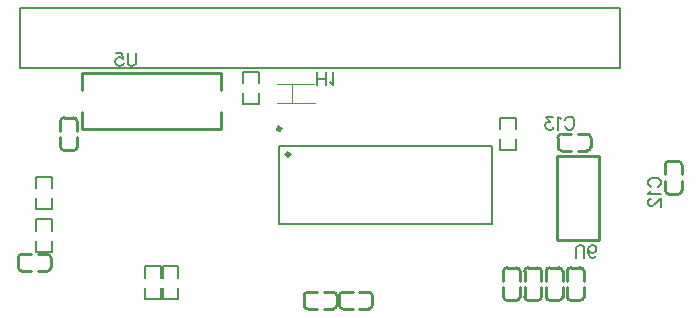
<source format=gbo>
G04 Layer: BottomSilkscreenLayer*
G04 EasyEDA v6.5.40, 2025-01-31 22:11:59*
G04 63179efdc9ef42fbbe513a6e2370b4ab,79498b06e10c4258a2922cdf157d59c5,10*
G04 Gerber Generator version 0.2*
G04 Scale: 100 percent, Rotated: No, Reflected: No *
G04 Dimensions in millimeters *
G04 leading zeros omitted , absolute positions ,4 integer and 5 decimal *
%FSLAX45Y45*%
%MOMM*%

%ADD10C,0.1524*%
%ADD11C,0.2540*%
%ADD12C,0.0800*%
%ADD13C,0.2032*%
%ADD14C,0.3000*%
%ADD15C,0.0135*%

%LPD*%
D10*
X5412209Y-2209012D02*
G01*
X5412209Y-2131034D01*
X5417289Y-2115540D01*
X5427703Y-2105126D01*
X5443451Y-2100046D01*
X5453865Y-2100046D01*
X5469359Y-2105126D01*
X5479773Y-2115540D01*
X5484853Y-2131034D01*
X5484853Y-2209012D01*
X5581627Y-2193518D02*
G01*
X5576293Y-2203932D01*
X5560799Y-2209012D01*
X5550385Y-2209012D01*
X5534891Y-2203932D01*
X5524477Y-2188184D01*
X5519143Y-2162276D01*
X5519143Y-2136368D01*
X5524477Y-2115540D01*
X5534891Y-2105126D01*
X5550385Y-2100046D01*
X5555719Y-2100046D01*
X5571213Y-2105126D01*
X5581627Y-2115540D01*
X5586707Y-2131034D01*
X5586707Y-2136368D01*
X5581627Y-2151862D01*
X5571213Y-2162276D01*
X5555719Y-2167356D01*
X5550385Y-2167356D01*
X5534891Y-2162276D01*
X5524477Y-2151862D01*
X5519143Y-2136368D01*
X6048979Y-1607974D02*
G01*
X6038565Y-1602640D01*
X6028151Y-1592226D01*
X6023071Y-1582066D01*
X6023071Y-1561238D01*
X6028151Y-1550824D01*
X6038565Y-1540410D01*
X6048979Y-1535076D01*
X6064727Y-1529996D01*
X6090635Y-1529996D01*
X6106129Y-1535076D01*
X6116543Y-1540410D01*
X6126957Y-1550824D01*
X6132037Y-1561238D01*
X6132037Y-1582066D01*
X6126957Y-1592226D01*
X6116543Y-1602640D01*
X6106129Y-1607974D01*
X6043899Y-1642264D02*
G01*
X6038565Y-1652678D01*
X6023071Y-1668172D01*
X6132037Y-1668172D01*
X6048979Y-1707796D02*
G01*
X6043899Y-1707796D01*
X6033485Y-1712876D01*
X6028151Y-1717956D01*
X6023071Y-1728370D01*
X6023071Y-1749198D01*
X6028151Y-1759612D01*
X6033485Y-1764946D01*
X6043899Y-1770026D01*
X6054313Y-1770026D01*
X6064727Y-1764946D01*
X6080221Y-1754532D01*
X6132037Y-1702462D01*
X6132037Y-1775106D01*
X5322011Y-1038989D02*
G01*
X5327345Y-1028575D01*
X5337759Y-1018161D01*
X5347919Y-1013081D01*
X5368747Y-1013081D01*
X5379161Y-1018161D01*
X5389575Y-1028575D01*
X5394909Y-1038989D01*
X5399989Y-1054737D01*
X5399989Y-1080645D01*
X5394909Y-1096139D01*
X5389575Y-1106553D01*
X5379161Y-1116967D01*
X5368747Y-1122047D01*
X5347919Y-1122047D01*
X5337759Y-1116967D01*
X5327345Y-1106553D01*
X5322011Y-1096139D01*
X5287721Y-1033909D02*
G01*
X5277307Y-1028575D01*
X5261813Y-1013081D01*
X5261813Y-1122047D01*
X5217109Y-1013081D02*
G01*
X5159959Y-1013081D01*
X5191201Y-1054737D01*
X5175453Y-1054737D01*
X5165039Y-1059817D01*
X5159959Y-1064897D01*
X5154879Y-1080645D01*
X5154879Y-1091059D01*
X5159959Y-1106553D01*
X5170373Y-1116967D01*
X5185867Y-1122047D01*
X5201615Y-1122047D01*
X5217109Y-1116967D01*
X5222189Y-1111887D01*
X5227523Y-1101473D01*
X1690006Y-474672D02*
G01*
X1690006Y-552650D01*
X1684926Y-568144D01*
X1674512Y-578558D01*
X1658764Y-583638D01*
X1648350Y-583638D01*
X1632856Y-578558D01*
X1622442Y-568144D01*
X1617362Y-552650D01*
X1617362Y-474672D01*
X1520588Y-474672D02*
G01*
X1572658Y-474672D01*
X1577738Y-521408D01*
X1572658Y-516328D01*
X1556910Y-510994D01*
X1541416Y-510994D01*
X1525922Y-516328D01*
X1515508Y-526488D01*
X1510174Y-542236D01*
X1510174Y-552650D01*
X1515508Y-568144D01*
X1525922Y-578558D01*
X1541416Y-583638D01*
X1556910Y-583638D01*
X1572658Y-578558D01*
X1577738Y-573478D01*
X1583072Y-563064D01*
X3224593Y-744715D02*
G01*
X3224593Y-635749D01*
X3297237Y-744715D02*
G01*
X3297237Y-635749D01*
X3224593Y-692899D02*
G01*
X3297237Y-692899D01*
X3331527Y-723887D02*
G01*
X3341941Y-729221D01*
X3357689Y-744715D01*
X3357689Y-635749D01*
D11*
X5249986Y-1344998D02*
G01*
X5609988Y-1344998D01*
X5249986Y-2054994D02*
G01*
X5609988Y-2054994D01*
X5609988Y-1344998D02*
G01*
X5609988Y-2054994D01*
X5249986Y-1344998D02*
G01*
X5249989Y-2054994D01*
X6310944Y-1501978D02*
G01*
X6310944Y-1421980D01*
X6310990Y-1558023D02*
G01*
X6310990Y-1638020D01*
X6168976Y-1501978D02*
G01*
X6168976Y-1421980D01*
X6169025Y-1558023D02*
G01*
X6169025Y-1638020D01*
X6279962Y-1391005D02*
G01*
X6199957Y-1391005D01*
X6200010Y-1668998D02*
G01*
X6280012Y-1668998D01*
X5428007Y-1300954D02*
G01*
X5508005Y-1300954D01*
X5371962Y-1301000D02*
G01*
X5291965Y-1301000D01*
X5428007Y-1158986D02*
G01*
X5508005Y-1158986D01*
X5371962Y-1159035D02*
G01*
X5291965Y-1159035D01*
X5538980Y-1269972D02*
G01*
X5538980Y-1189967D01*
X5260987Y-1190020D02*
G01*
X5260987Y-1270022D01*
X1048928Y-1188036D02*
G01*
X1048928Y-1268034D01*
X1048882Y-1131991D02*
G01*
X1048882Y-1051994D01*
X1190896Y-1188036D02*
G01*
X1190896Y-1268034D01*
X1190848Y-1131991D02*
G01*
X1190848Y-1051994D01*
X1079911Y-1299009D02*
G01*
X1159916Y-1299009D01*
X1159863Y-1021016D02*
G01*
X1079860Y-1021016D01*
X4798984Y-2458036D02*
G01*
X4798984Y-2538034D01*
X4798938Y-2401991D02*
G01*
X4798938Y-2321994D01*
X4940952Y-2458036D02*
G01*
X4940952Y-2538034D01*
X4940904Y-2401991D02*
G01*
X4940904Y-2321994D01*
X4829967Y-2569009D02*
G01*
X4909972Y-2569009D01*
X4909919Y-2291016D02*
G01*
X4829916Y-2291016D01*
X4979070Y-2458036D02*
G01*
X4979070Y-2538034D01*
X4979024Y-2401991D02*
G01*
X4979024Y-2321994D01*
X5121038Y-2458036D02*
G01*
X5121038Y-2538034D01*
X5120990Y-2401991D02*
G01*
X5120990Y-2321994D01*
X5010053Y-2569009D02*
G01*
X5090058Y-2569009D01*
X5090005Y-2291016D02*
G01*
X5010002Y-2291016D01*
X5159156Y-2458036D02*
G01*
X5159156Y-2538034D01*
X5159110Y-2401991D02*
G01*
X5159110Y-2321994D01*
X5301124Y-2458036D02*
G01*
X5301124Y-2538034D01*
X5301076Y-2401991D02*
G01*
X5301076Y-2321994D01*
X5190139Y-2569009D02*
G01*
X5270144Y-2569009D01*
X5270091Y-2291016D02*
G01*
X5190088Y-2291016D01*
X5338988Y-2458036D02*
G01*
X5338988Y-2538034D01*
X5338942Y-2401991D02*
G01*
X5338942Y-2321994D01*
X5480956Y-2458036D02*
G01*
X5480956Y-2538034D01*
X5480908Y-2401991D02*
G01*
X5480908Y-2321994D01*
X5369971Y-2569009D02*
G01*
X5449976Y-2569009D01*
X5449923Y-2291016D02*
G01*
X5369920Y-2291016D01*
X3521885Y-2499014D02*
G01*
X3441887Y-2499014D01*
X3577930Y-2498968D02*
G01*
X3657927Y-2498968D01*
X3521885Y-2640982D02*
G01*
X3441887Y-2640982D01*
X3577930Y-2640934D02*
G01*
X3657927Y-2640934D01*
X3410912Y-2529997D02*
G01*
X3410912Y-2610002D01*
X3688905Y-2609949D02*
G01*
X3688905Y-2529946D01*
X3221911Y-2499014D02*
G01*
X3141913Y-2499014D01*
X3277956Y-2498968D02*
G01*
X3357953Y-2498968D01*
X3221911Y-2640982D02*
G01*
X3141913Y-2640982D01*
X3277956Y-2640934D02*
G01*
X3357953Y-2640934D01*
X3110938Y-2529997D02*
G01*
X3110938Y-2610002D01*
X3388931Y-2609949D02*
G01*
X3388931Y-2529946D01*
X858090Y-2320889D02*
G01*
X938088Y-2320889D01*
X802045Y-2320935D02*
G01*
X722048Y-2320935D01*
X858090Y-2178921D02*
G01*
X938088Y-2178921D01*
X802045Y-2178969D02*
G01*
X722048Y-2178969D01*
X969063Y-2289906D02*
G01*
X969063Y-2209901D01*
X691070Y-2209954D02*
G01*
X691070Y-2289957D01*
D10*
X976142Y-2062683D02*
G01*
X976142Y-2158570D01*
X844021Y-2158570D01*
X844021Y-2062683D01*
X976142Y-1977440D02*
G01*
X976142Y-1881553D01*
X844021Y-1881553D01*
X844021Y-1977440D01*
X844021Y-1617268D02*
G01*
X844021Y-1521381D01*
X976142Y-1521381D01*
X976142Y-1617268D01*
X844021Y-1702511D02*
G01*
X844021Y-1798398D01*
X976142Y-1798398D01*
X976142Y-1702511D01*
X2045990Y-2462733D02*
G01*
X2045990Y-2558620D01*
X1913869Y-2558620D01*
X1913869Y-2462733D01*
X2045990Y-2377490D02*
G01*
X2045990Y-2281603D01*
X1913869Y-2281603D01*
X1913869Y-2377490D01*
X1896130Y-2462733D02*
G01*
X1896130Y-2558620D01*
X1764009Y-2558620D01*
X1764009Y-2462733D01*
X1896130Y-2377490D02*
G01*
X1896130Y-2281603D01*
X1764009Y-2281603D01*
X1764009Y-2377490D01*
X2725948Y-812495D02*
G01*
X2725948Y-908382D01*
X2593827Y-908382D01*
X2593827Y-812495D01*
X2725948Y-727252D02*
G01*
X2725948Y-631365D01*
X2593827Y-631365D01*
X2593827Y-727252D01*
X4773909Y-1117396D02*
G01*
X4773909Y-1021509D01*
X4906030Y-1021509D01*
X4906030Y-1117396D01*
X4773909Y-1202639D02*
G01*
X4773909Y-1298526D01*
X4906030Y-1298526D01*
X4906030Y-1202639D01*
D12*
X2882513Y-739988D02*
G01*
X3197473Y-739988D01*
X2879973Y-900008D02*
G01*
X3200013Y-900008D01*
X3007644Y-739988D02*
G01*
X3008017Y-900008D01*
D11*
X2405009Y-1119997D02*
G01*
X1235008Y-1120000D01*
X2405009Y-640001D02*
G01*
X2405009Y-790000D01*
X2405009Y-639998D02*
G01*
X1235008Y-639998D01*
X2405006Y-970003D02*
G01*
X2405006Y-1120002D01*
X1235011Y-640001D02*
G01*
X1235011Y-790000D01*
X1235011Y-970003D02*
G01*
X1235011Y-1120002D01*
D10*
X2897372Y-1257856D02*
G01*
X2897372Y-1922137D01*
X4702611Y-1922137D01*
X4702611Y-1257856D01*
X2897372Y-1257856D01*
D13*
X709993Y-603999D02*
G01*
X709993Y-95999D01*
X5789993Y-95999D01*
X5789993Y-603999D01*
X709993Y-603999D01*
D11*
G75*
G01*
X6169025Y-1638016D02*
G03*
X6200010Y-1668998I30983J0D01*
G75*
G01*
X6280008Y-1668998D02*
G03*
X6310991Y-1638016I0J30982D01*
G75*
G01*
X6310945Y-1421986D02*
G03*
X6279962Y-1391006I-30983J-3D01*
G75*
G01*
X6199965Y-1391006D02*
G03*
X6168977Y-1421986I-5J-30983D01*
G75*
G01*
X5291971Y-1159035D02*
G03*
X5260988Y-1190020I0J-30983D01*
G75*
G01*
X5260988Y-1270018D02*
G03*
X5291971Y-1301001I30983J0D01*
G75*
G01*
X5508000Y-1300955D02*
G03*
X5538981Y-1269972I-2J30983D01*
G75*
G01*
X5538981Y-1189975D02*
G03*
X5508000Y-1158987I-30983J5D01*
G75*
G01*
X1190849Y-1051999D02*
G03*
X1159863Y-1021017I-30983J0D01*
G75*
G01*
X1079866Y-1021017D02*
G03*
X1048883Y-1051999I0J-30982D01*
G75*
G01*
X1048929Y-1268029D02*
G03*
X1079911Y-1299009I30982J3D01*
G75*
G01*
X1159909Y-1299009D02*
G03*
X1190897Y-1268029I5J30983D01*
G75*
G01*
X4940905Y-2321999D02*
G03*
X4909919Y-2291017I-30983J0D01*
G75*
G01*
X4829922Y-2291017D02*
G03*
X4798939Y-2321999I0J-30982D01*
G75*
G01*
X4798985Y-2538029D02*
G03*
X4829967Y-2569009I30982J3D01*
G75*
G01*
X4909965Y-2569009D02*
G03*
X4940953Y-2538029I5J30983D01*
G75*
G01*
X5120991Y-2321999D02*
G03*
X5090005Y-2291017I-30983J0D01*
G75*
G01*
X5010008Y-2291017D02*
G03*
X4979025Y-2321999I0J-30982D01*
G75*
G01*
X4979071Y-2538029D02*
G03*
X5010053Y-2569009I30982J3D01*
G75*
G01*
X5090051Y-2569009D02*
G03*
X5121039Y-2538029I5J30983D01*
G75*
G01*
X5301077Y-2321999D02*
G03*
X5270091Y-2291017I-30983J0D01*
G75*
G01*
X5190094Y-2291017D02*
G03*
X5159111Y-2321999I0J-30982D01*
G75*
G01*
X5159157Y-2538029D02*
G03*
X5190139Y-2569009I30982J3D01*
G75*
G01*
X5270137Y-2569009D02*
G03*
X5301125Y-2538029I5J30983D01*
G75*
G01*
X5480909Y-2321999D02*
G03*
X5449923Y-2291017I-30983J0D01*
G75*
G01*
X5369926Y-2291017D02*
G03*
X5338943Y-2321999I0J-30982D01*
G75*
G01*
X5338989Y-2538029D02*
G03*
X5369971Y-2569009I30982J3D01*
G75*
G01*
X5449969Y-2569009D02*
G03*
X5480957Y-2538029I5J30983D01*
G75*
G01*
X3657923Y-2640935D02*
G03*
X3688906Y-2609949I0J30983D01*
G75*
G01*
X3688906Y-2529952D02*
G03*
X3657923Y-2498969I-30983J0D01*
G75*
G01*
X3441893Y-2499015D02*
G03*
X3410913Y-2529997I3J-30982D01*
G75*
G01*
X3410913Y-2609995D02*
G03*
X3441893Y-2640983I30983J-5D01*
G75*
G01*
X3357949Y-2640935D02*
G03*
X3388931Y-2609949I0J30983D01*
G75*
G01*
X3388931Y-2529952D02*
G03*
X3357949Y-2498969I-30982J0D01*
G75*
G01*
X3141919Y-2499015D02*
G03*
X3110939Y-2529997I3J-30982D01*
G75*
G01*
X3110939Y-2609995D02*
G03*
X3141919Y-2640983I30983J-5D01*
G75*
G01*
X722053Y-2178969D02*
G03*
X691070Y-2209955I0J-30983D01*
G75*
G01*
X691070Y-2289952D02*
G03*
X722053Y-2320935I30983J0D01*
G75*
G01*
X938083Y-2320889D02*
G03*
X969063Y-2289907I-3J30982D01*
G75*
G01*
X969063Y-2209909D02*
G03*
X938083Y-2178921I-30983J5D01*
D14*
G75*
G01
X2989504Y-1333119D02*
G03X2989504Y-1333119I-15011J0D01*
G75*
G01
X2915564Y-1115619D02*
G03X2915564Y-1115619I-15011J0D01*
M02*

</source>
